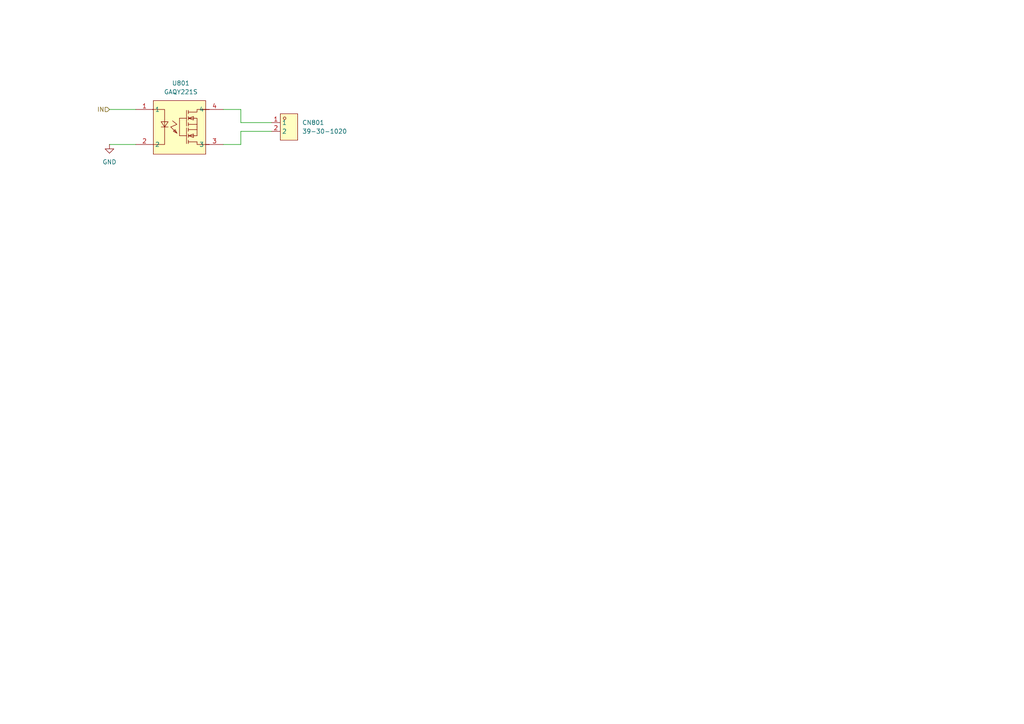
<source format=kicad_sch>
(kicad_sch (version 20250114) (generator "eeschema") (generator_version "9.0")
  (paper "A4")
  (lib_symbols
    (symbol "easyeda2kicad:39-30-1020"
      (property "Reference" "CN" (at 0 6.35 0))
      (property "Value" "39-30-1020" (at 0 -6.35 0))
      (symbol "39-30-1020_0_1"
        (rectangle (start -3.81 3.81) (end 1.27 -3.81) (fill (type background)))
        (circle (center 0 -2.54) (radius 0.38))
        (pin unspecified line (at 3.81 1.27 180) (length 2.54) (name "2") (number "2"))
        (pin unspecified line (at 3.81 -1.27 180) (length 2.54) (name "1") (number "1"))
      )
    )
    (symbol "easyeda2kicad:GAQY221S"
      (property "Reference" "U" (at 0 10.16 0))
      (property "Value" "GAQY221S" (at 0 -10.16 0))
      (symbol "GAQY221S_0_1"
        (polyline (pts (xy -7.87 5.08) (xy -4.32 5.08) (xy -4.32 -5.08) (xy -7.62 -5.08)))
        (rectangle (start -7.62 7.62) (end 7.62 -7.87) (fill (type background)))
        (polyline (pts (xy -5.33 1.52) (xy -3.3 1.52) (xy -4.32 0) (xy -5.33 1.52) (xy -5.33 1.52)) (fill (type background)))
        (polyline (pts (xy -5.33 0) (xy -3.3 0)))
        (polyline (pts (xy -2.54 0) (xy -0.76 -1.78)))
        (polyline (pts (xy -2.54 0) (xy -0.76 0.76) (xy -2.03 1.78) (xy -2.03 1.78)))
        (polyline (pts (xy -0.76 -1.78) (xy -1.27 -0.76) (xy -1.78 -1.27) (xy -0.76 -1.78)) (fill (type background)))
        (polyline (pts (xy 0 2.54) (xy 2.03 2.54)))
        (polyline (pts (xy 0 -2.54) (xy 0 2.54)))
        (polyline (pts (xy 0 -2.54) (xy 2.03 -2.54)))
        (polyline (pts (xy 2.03 4.83) (xy 2.03 0.25)))
        (polyline (pts (xy 2.03 -0.25) (xy 2.03 -4.83)))
        (polyline (pts (xy 2.54 4.83) (xy 2.54 3.81)))
        (polyline (pts (xy 2.54 4.32) (xy 5.08 4.32) (xy 5.08 5.08) (xy 6.35 5.08) (xy 7.62 5.08)))
        (polyline (pts (xy 2.54 2.54) (xy 4.06 2.03) (xy 4.06 3.05) (xy 2.54 2.54)) (fill (type background)))
        (polyline (pts (xy 2.54 2.54) (xy 5.08 2.54) (xy 5.08 1.27) (xy 5.08 0) (xy 5.08 0) (xy 5.08 0)))
        (polyline (pts (xy 2.54 2.03) (xy 2.54 3.05)))
        (polyline (pts (xy 2.54 0.25) (xy 2.54 1.27)))
        (polyline (pts (xy 2.54 -0.25) (xy 2.54 -1.27)))
        (polyline (pts (xy 2.54 -2.54) (xy 4.06 -3.05) (xy 4.06 -2.03) (xy 2.54 -2.54)) (fill (type background)))
        (polyline (pts (xy 2.54 -3.05) (xy 2.54 -2.03)))
        (polyline (pts (xy 2.54 -4.83) (xy 2.54 -3.81)))
        (polyline (pts (xy 5.08 0.76) (xy 2.54 0.76)))
        (polyline (pts (xy 5.08 -0.76) (xy 2.54 -0.76)))
        (polyline (pts (xy 5.08 -2.54) (xy 5.08 0)))
        (polyline (pts (xy 5.08 -2.54) (xy 4.57 -2.54) (xy 3.56 -2.54) (xy 3.05 -2.54)))
        (polyline (pts (xy 5.08 -4.32) (xy 2.54 -4.32)))
        (polyline (pts (xy 5.08 -4.32) (xy 5.08 -4.83) (xy 5.08 -5.08) (xy 6.6 -5.08)))
        (polyline (pts (xy 6.6 5.08) (xy 8.64 5.08)))
        (polyline (pts (xy 6.6 -5.08) (xy 8.64 -5.08)))
        (pin unspecified line (at -12.7 5.08 0) (length 5.08) (name "1") (number "1"))
        (pin unspecified line (at -12.7 -5.08 0) (length 5.08) (name "2") (number "2"))
        (pin unspecified line (at 12.7 5.08 180) (length 5.08) (name "4") (number "4"))
        (pin unspecified line (at 12.7 -5.08 180) (length 5.08) (name "3") (number "3"))
      )
    )
    (symbol "power:GND" (power) (pin_numbers (hide yes)) (pin_names (offset 0) (hide yes))
      (property "Value" "GND" (at 0 -3.81 0))
      (symbol "GND_0_1"
        (polyline (pts (xy 0 0) (xy 0 -1.27) (xy 1.27 -1.27) (xy 0 -2.54) (xy -1.27 -1.27) (xy 0 -1.27)))
      )
      (symbol "GND_1_1"
        (pin power_in line (at 0 0 270) (length 0) (name "~") (number "1"))
      )
    )
  )
  (wire (pts (xy 78.74 35.56) (xy 69.85 35.56)))
  (wire (pts (xy 64.77 41.91) (xy 69.85 41.91)))
  (wire (pts (xy 31.75 41.91) (xy 39.37 41.91)))
  (wire (pts (xy 69.85 31.75) (xy 64.77 31.75)))
  (wire (pts (xy 31.75 31.75) (xy 39.37 31.75)))
  (wire (pts (xy 69.85 38.1) (xy 69.85 41.91)))
  (wire (pts (xy 69.85 35.56) (xy 69.85 31.75)))
  (wire (pts (xy 78.74 38.1) (xy 69.85 38.1)))
  (hierarchical_label "IN" (shape input) (at 31.75 31.75 180))
  (symbol (lib_id "power:GND") (at 31.75 41.91 0) (unit 1)
    (property "Reference" "#PWR0801" (effects (hide yes)))
    (property "Value" "GND" (at 31.75 46.99 0))
    (property "Description" "Power symbol creates a global label with name \"GND\" , ground" (effects (hide yes)))
    (instances (project "windows" (path "" (reference "#PWR0801") (unit 1)) (path "" (reference "#PWR0901") (unit 1)) (path "" (reference "#PWR01001") (unit 1)) (path "" (reference "#PWR01101") (unit 1))))
  )
  (symbol (lib_id "easyeda2kicad:39-30-1020") (at 82.55 36.83 180) (unit 1)
    (property "Reference" "CN801" (at 87.63 35.5599 0) (effects (justify right)))
    (property "Value" "39-30-1020" (at 87.63 38.0999 0) (effects (justify right)))
    (property "Footprint" "easyeda2kicad:CONN-TH_2P-P5.50_39-30-1020" (effects (hide yes)))
    (property "Datasheet" "https://lcsc.com/product-detail/Others_MOLEX_39-30-1020_MOLEX-39-30-1020_C240832.html" (effects (hide yes)))
    (property "LCSC Part" "C240832" (effects (hide yes)))
    (instances (project "windows" (path "" (reference "CN801") (unit 1)) (path "" (reference "CN901") (unit 1)) (path "" (reference "CN1001") (unit 1)) (path "" (reference "CN1101") (unit 1))))
  )
  (symbol (lib_id "easyeda2kicad:GAQY221S") (at 52.07 36.83 0) (unit 1)
    (property "Reference" "U801" (at 52.455 24.13 0))
    (property "Value" "GAQY221S" (at 52.455 26.67 0))
    (property "Footprint" "easyeda2kicad:SOP-4_L4.3-W4.4-P2.54-LS7.0-BL" (effects (hide yes)))
    (property "LCSC Part" "C7435105" (effects (hide yes)))
    (instances (project "windows" (path "" (reference "U801") (unit 1)) (path "" (reference "U901") (unit 1)) (path "" (reference "U1001") (unit 1)) (path "" (reference "U1101") (unit 1))))
  )
)
</source>
